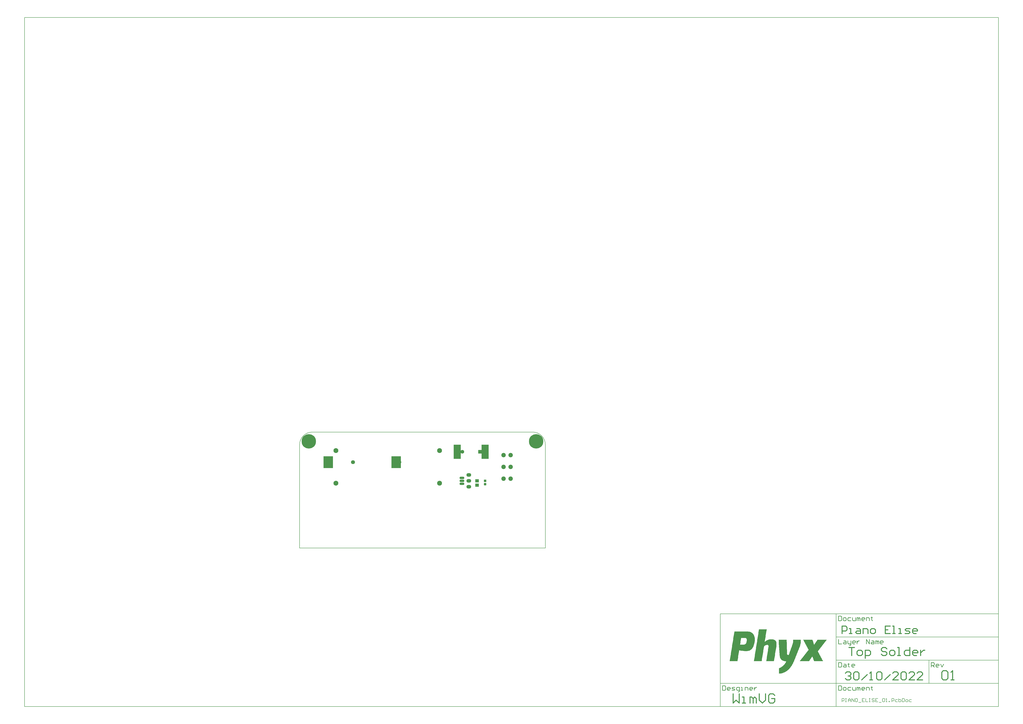
<source format=gts>
G04*
G04 #@! TF.GenerationSoftware,Altium Limited,Altium Designer,22.10.1 (41)*
G04*
G04 Layer_Color=8388736*
%FSLAX25Y25*%
%MOIN*%
G70*
G04*
G04 #@! TF.SameCoordinates,8BAF8B8E-E321-4B2E-8998-6E6DE7EF2018*
G04*
G04*
G04 #@! TF.FilePolarity,Negative*
G04*
G01*
G75*
%ADD10C,0.00787*%
%ADD11C,0.00591*%
%ADD15C,0.01575*%
%ADD19C,0.00984*%
%ADD23R,0.06299X0.05512*%
%ADD24R,0.16142X0.20079*%
%ADD25R,0.12205X0.24016*%
%ADD26C,0.08268*%
%ADD27C,0.24410*%
%ADD28C,0.07480*%
%ADD29R,0.04331X0.04331*%
G04:AMPARAMS|DCode=30|XSize=43.31mil|YSize=43.31mil|CornerRadius=11.81mil|HoleSize=0mil|Usage=FLASHONLY|Rotation=270.000|XOffset=0mil|YOffset=0mil|HoleType=Round|Shape=RoundedRectangle|*
%AMROUNDEDRECTD30*
21,1,0.04331,0.01968,0,0,270.0*
21,1,0.01968,0.04331,0,0,270.0*
1,1,0.02362,-0.00984,-0.00984*
1,1,0.02362,-0.00984,0.00984*
1,1,0.02362,0.00984,0.00984*
1,1,0.02362,0.00984,-0.00984*
%
%ADD30ROUNDEDRECTD30*%
%ADD31C,0.06693*%
%ADD32O,0.08268X0.04331*%
%ADD33O,0.08268X0.04331*%
%ADD34O,0.08268X0.05906*%
%ADD35C,0.06299*%
%ADD36R,0.06299X0.06299*%
G36*
X761965Y-141778D02*
X763683D01*
Y-142065D01*
X764542D01*
Y-142351D01*
X765401D01*
Y-142637D01*
X766260D01*
Y-142924D01*
X766832D01*
Y-143210D01*
X767119D01*
Y-143496D01*
X767691D01*
Y-143783D01*
X767978D01*
Y-144069D01*
X768550D01*
Y-144355D01*
X768837D01*
Y-144641D01*
X769123D01*
Y-144928D01*
X769409D01*
Y-145214D01*
X769696D01*
Y-145501D01*
X769982D01*
Y-145787D01*
X770268D01*
Y-146073D01*
Y-146359D01*
X770554D01*
Y-146646D01*
X770841D01*
Y-146932D01*
Y-147218D01*
X771127D01*
Y-147505D01*
X771414D01*
Y-147791D01*
Y-148077D01*
X771700D01*
Y-148364D01*
Y-148650D01*
Y-148936D01*
X771986D01*
Y-149223D01*
Y-149509D01*
Y-149795D01*
X772272D01*
Y-150082D01*
Y-150368D01*
Y-150654D01*
Y-150940D01*
X772559D01*
Y-151227D01*
Y-151513D01*
Y-151799D01*
Y-152086D01*
Y-152372D01*
X772845D01*
Y-152658D01*
Y-152945D01*
Y-153231D01*
Y-153517D01*
Y-153804D01*
Y-154090D01*
Y-154376D01*
Y-154663D01*
Y-154949D01*
Y-155235D01*
Y-155521D01*
Y-155808D01*
Y-156094D01*
Y-156380D01*
Y-156667D01*
Y-156953D01*
Y-157239D01*
Y-157526D01*
Y-157812D01*
Y-158098D01*
X772559D01*
Y-158385D01*
Y-158671D01*
Y-158957D01*
Y-159244D01*
Y-159530D01*
Y-159816D01*
Y-160102D01*
X772272D01*
Y-160389D01*
Y-160675D01*
Y-160961D01*
Y-161248D01*
Y-161534D01*
X771986D01*
Y-161820D01*
Y-162107D01*
Y-162393D01*
Y-162679D01*
Y-162966D01*
X771700D01*
Y-163252D01*
Y-163538D01*
Y-163824D01*
X771414D01*
Y-164111D01*
Y-164397D01*
Y-164683D01*
Y-164970D01*
X771127D01*
Y-165256D01*
Y-165542D01*
Y-165829D01*
X770841D01*
Y-166115D01*
Y-166401D01*
X770554D01*
Y-166688D01*
Y-166974D01*
Y-167260D01*
X770268D01*
Y-167547D01*
Y-167833D01*
X769982D01*
Y-168119D01*
Y-168405D01*
X769696D01*
Y-168692D01*
Y-168978D01*
X769409D01*
Y-169264D01*
X769123D01*
Y-169551D01*
Y-169837D01*
X768837D01*
Y-170123D01*
X768550D01*
Y-170410D01*
X768264D01*
Y-170696D01*
Y-170982D01*
X767978D01*
Y-171269D01*
X767691D01*
Y-171555D01*
X767405D01*
Y-171841D01*
X767119D01*
Y-172127D01*
X766832D01*
Y-172414D01*
X766260D01*
Y-172700D01*
X765974D01*
Y-172986D01*
X765401D01*
Y-173273D01*
X765115D01*
Y-173559D01*
X764542D01*
Y-173845D01*
X763683D01*
Y-174132D01*
X762824D01*
Y-174418D01*
X761965D01*
Y-174704D01*
X760247D01*
Y-174991D01*
X755094D01*
Y-174704D01*
X752517D01*
Y-174418D01*
X750513D01*
Y-174132D01*
X749081D01*
Y-173845D01*
X747649D01*
Y-173559D01*
X746218D01*
Y-173845D01*
Y-174132D01*
Y-174418D01*
Y-174704D01*
Y-174991D01*
Y-175277D01*
Y-175563D01*
X745932D01*
Y-175850D01*
Y-176136D01*
Y-176422D01*
Y-176709D01*
Y-176995D01*
Y-177281D01*
X745645D01*
Y-177568D01*
Y-177854D01*
Y-178140D01*
Y-178426D01*
Y-178713D01*
Y-178999D01*
X745359D01*
Y-179285D01*
Y-179572D01*
Y-179858D01*
Y-180144D01*
Y-180431D01*
Y-180717D01*
Y-181003D01*
X745073D01*
Y-181290D01*
Y-181576D01*
Y-181862D01*
Y-182149D01*
Y-182435D01*
Y-182721D01*
X744786D01*
Y-183007D01*
Y-183294D01*
Y-183580D01*
Y-183866D01*
Y-184153D01*
Y-184439D01*
X744500D01*
Y-184725D01*
Y-185012D01*
Y-185298D01*
Y-185584D01*
Y-185871D01*
Y-186157D01*
Y-186443D01*
X744214D01*
Y-186730D01*
Y-187016D01*
Y-187302D01*
Y-187588D01*
Y-187875D01*
Y-188161D01*
X743927D01*
Y-188447D01*
Y-188734D01*
Y-189020D01*
Y-189306D01*
Y-189593D01*
Y-189879D01*
X743641D01*
Y-190165D01*
Y-190452D01*
Y-190738D01*
Y-191024D01*
Y-191311D01*
Y-191597D01*
Y-191883D01*
X730184D01*
Y-191597D01*
X730471D01*
Y-191311D01*
Y-191024D01*
Y-190738D01*
Y-190452D01*
Y-190165D01*
X730757D01*
Y-189879D01*
Y-189593D01*
Y-189306D01*
Y-189020D01*
Y-188734D01*
Y-188447D01*
Y-188161D01*
X731043D01*
Y-187875D01*
Y-187588D01*
Y-187302D01*
Y-187016D01*
Y-186730D01*
Y-186443D01*
X731330D01*
Y-186157D01*
Y-185871D01*
Y-185584D01*
Y-185298D01*
Y-185012D01*
Y-184725D01*
X731616D01*
Y-184439D01*
Y-184153D01*
Y-183866D01*
Y-183580D01*
Y-183294D01*
Y-183007D01*
Y-182721D01*
X731902D01*
Y-182435D01*
Y-182149D01*
Y-181862D01*
Y-181576D01*
Y-181290D01*
Y-181003D01*
X732189D01*
Y-180717D01*
Y-180431D01*
Y-180144D01*
Y-179858D01*
Y-179572D01*
Y-179285D01*
X732475D01*
Y-178999D01*
Y-178713D01*
Y-178426D01*
Y-178140D01*
Y-177854D01*
Y-177568D01*
X732761D01*
Y-177281D01*
Y-176995D01*
Y-176709D01*
Y-176422D01*
Y-176136D01*
Y-175850D01*
Y-175563D01*
X733047D01*
Y-175277D01*
Y-174991D01*
Y-174704D01*
Y-174418D01*
Y-174132D01*
Y-173845D01*
X733334D01*
Y-173559D01*
Y-173273D01*
Y-172986D01*
Y-172700D01*
Y-172414D01*
Y-172127D01*
X733620D01*
Y-171841D01*
Y-171555D01*
Y-171269D01*
Y-170982D01*
Y-170696D01*
Y-170410D01*
X733907D01*
Y-170123D01*
Y-169837D01*
Y-169551D01*
Y-169264D01*
Y-168978D01*
Y-168692D01*
Y-168405D01*
X734193D01*
Y-168119D01*
Y-167833D01*
Y-167547D01*
Y-167260D01*
Y-166974D01*
Y-166688D01*
X734479D01*
Y-166401D01*
Y-166115D01*
Y-165829D01*
Y-165542D01*
Y-165256D01*
Y-164970D01*
X734765D01*
Y-164683D01*
Y-164397D01*
Y-164111D01*
Y-163824D01*
Y-163538D01*
Y-163252D01*
Y-162966D01*
X735052D01*
Y-162679D01*
Y-162393D01*
Y-162107D01*
Y-161820D01*
Y-161534D01*
Y-161248D01*
X735338D01*
Y-160961D01*
Y-160675D01*
Y-160389D01*
Y-160102D01*
Y-159816D01*
Y-159530D01*
X735624D01*
Y-159244D01*
Y-158957D01*
Y-158671D01*
Y-158385D01*
Y-158098D01*
Y-157812D01*
X735911D01*
Y-157526D01*
Y-157239D01*
Y-156953D01*
Y-156667D01*
Y-156380D01*
Y-156094D01*
Y-155808D01*
X736197D01*
Y-155521D01*
Y-155235D01*
Y-154949D01*
Y-154663D01*
Y-154376D01*
Y-154090D01*
X736483D01*
Y-153804D01*
Y-153517D01*
Y-153231D01*
Y-152945D01*
Y-152658D01*
Y-152372D01*
X736770D01*
Y-152086D01*
Y-151799D01*
Y-151513D01*
Y-151227D01*
Y-150940D01*
Y-150654D01*
Y-150368D01*
X737056D01*
Y-150082D01*
Y-149795D01*
Y-149509D01*
Y-149223D01*
Y-148936D01*
Y-148650D01*
X737342D01*
Y-148364D01*
Y-148077D01*
Y-147791D01*
Y-147505D01*
Y-147218D01*
Y-146932D01*
X737629D01*
Y-146646D01*
Y-146359D01*
Y-146073D01*
Y-145787D01*
Y-145501D01*
Y-145214D01*
Y-144928D01*
X737915D01*
Y-144641D01*
Y-144355D01*
Y-144069D01*
Y-143783D01*
Y-143496D01*
Y-143210D01*
X738201D01*
Y-142924D01*
Y-142637D01*
Y-142351D01*
Y-142065D01*
Y-141778D01*
Y-141492D01*
X761965D01*
Y-141778D01*
D02*
G37*
G36*
X793173Y-138343D02*
Y-138629D01*
X792887D01*
Y-138915D01*
Y-139202D01*
Y-139488D01*
Y-139774D01*
Y-140060D01*
Y-140347D01*
X792601D01*
Y-140633D01*
Y-140919D01*
Y-141206D01*
Y-141492D01*
Y-141778D01*
Y-142065D01*
X792314D01*
Y-142351D01*
Y-142637D01*
Y-142924D01*
Y-143210D01*
Y-143496D01*
Y-143783D01*
Y-144069D01*
X792028D01*
Y-144355D01*
Y-144641D01*
Y-144928D01*
Y-145214D01*
Y-145501D01*
Y-145787D01*
X791742D01*
Y-146073D01*
Y-146359D01*
Y-146646D01*
Y-146932D01*
Y-147218D01*
Y-147505D01*
X791455D01*
Y-147791D01*
Y-148077D01*
Y-148364D01*
Y-148650D01*
Y-148936D01*
Y-149223D01*
Y-149509D01*
X791169D01*
Y-149795D01*
Y-150082D01*
Y-150368D01*
Y-150654D01*
Y-150940D01*
Y-151227D01*
X790883D01*
Y-151513D01*
Y-151799D01*
Y-152086D01*
Y-152372D01*
Y-152658D01*
Y-152945D01*
X790596D01*
Y-153231D01*
Y-153517D01*
Y-153804D01*
Y-154090D01*
Y-154376D01*
Y-154663D01*
X790310D01*
Y-154949D01*
Y-155235D01*
Y-155521D01*
Y-155808D01*
Y-156094D01*
Y-156380D01*
Y-156667D01*
X790024D01*
Y-156953D01*
Y-157239D01*
Y-157526D01*
Y-157812D01*
Y-158098D01*
Y-158385D01*
X789738D01*
Y-158671D01*
Y-158957D01*
X790310D01*
Y-158671D01*
X790596D01*
Y-158385D01*
X790883D01*
Y-158098D01*
X791455D01*
Y-157812D01*
X791742D01*
Y-157526D01*
X792028D01*
Y-157239D01*
X792601D01*
Y-156953D01*
X793173D01*
Y-156667D01*
X793460D01*
Y-156380D01*
X794032D01*
Y-156094D01*
X794891D01*
Y-155808D01*
X795464D01*
Y-155521D01*
X796323D01*
Y-155235D01*
X797754D01*
Y-154949D01*
X804053D01*
Y-155235D01*
X805198D01*
Y-155521D01*
X806057D01*
Y-155808D01*
X806630D01*
Y-156094D01*
X806916D01*
Y-156380D01*
X807489D01*
Y-156667D01*
X807775D01*
Y-156953D01*
X808062D01*
Y-157239D01*
X808348D01*
Y-157526D01*
X808634D01*
Y-157812D01*
Y-158098D01*
X808920D01*
Y-158385D01*
Y-158671D01*
X809207D01*
Y-158957D01*
Y-159244D01*
Y-159530D01*
X809493D01*
Y-159816D01*
Y-160102D01*
Y-160389D01*
Y-160675D01*
X809779D01*
Y-160961D01*
Y-161248D01*
Y-161534D01*
Y-161820D01*
Y-162107D01*
Y-162393D01*
Y-162679D01*
Y-162966D01*
Y-163252D01*
Y-163538D01*
Y-163824D01*
Y-164111D01*
Y-164397D01*
Y-164683D01*
Y-164970D01*
Y-165256D01*
Y-165542D01*
Y-165829D01*
X809493D01*
Y-166115D01*
Y-166401D01*
Y-166688D01*
Y-166974D01*
Y-167260D01*
Y-167547D01*
Y-167833D01*
X809207D01*
Y-168119D01*
Y-168405D01*
Y-168692D01*
Y-168978D01*
Y-169264D01*
Y-169551D01*
Y-169837D01*
X808920D01*
Y-170123D01*
Y-170410D01*
Y-170696D01*
Y-170982D01*
Y-171269D01*
Y-171555D01*
X808634D01*
Y-171841D01*
Y-172127D01*
Y-172414D01*
Y-172700D01*
Y-172986D01*
Y-173273D01*
X808348D01*
Y-173559D01*
Y-173845D01*
Y-174132D01*
Y-174418D01*
Y-174704D01*
Y-174991D01*
X808062D01*
Y-175277D01*
Y-175563D01*
Y-175850D01*
Y-176136D01*
Y-176422D01*
Y-176709D01*
Y-176995D01*
X807775D01*
Y-177281D01*
Y-177568D01*
Y-177854D01*
Y-178140D01*
Y-178426D01*
Y-178713D01*
X807489D01*
Y-178999D01*
Y-179285D01*
Y-179572D01*
Y-179858D01*
Y-180144D01*
Y-180431D01*
X807203D01*
Y-180717D01*
Y-181003D01*
Y-181290D01*
Y-181576D01*
Y-181862D01*
Y-182149D01*
Y-182435D01*
X806916D01*
Y-182721D01*
Y-183007D01*
Y-183294D01*
Y-183580D01*
Y-183866D01*
Y-184153D01*
X806630D01*
Y-184439D01*
Y-184725D01*
Y-185012D01*
Y-185298D01*
Y-185584D01*
Y-185871D01*
X806344D01*
Y-186157D01*
Y-186443D01*
Y-186730D01*
Y-187016D01*
Y-187302D01*
Y-187588D01*
X806057D01*
Y-187875D01*
Y-188161D01*
Y-188447D01*
Y-188734D01*
Y-189020D01*
Y-189306D01*
Y-189593D01*
X805771D01*
Y-189879D01*
Y-190165D01*
Y-190452D01*
Y-190738D01*
Y-191024D01*
Y-191311D01*
X805485D01*
Y-191597D01*
Y-191883D01*
X792314D01*
Y-191597D01*
Y-191311D01*
X792601D01*
Y-191024D01*
Y-190738D01*
Y-190452D01*
Y-190165D01*
Y-189879D01*
Y-189593D01*
X792887D01*
Y-189306D01*
Y-189020D01*
Y-188734D01*
Y-188447D01*
Y-188161D01*
Y-187875D01*
Y-187588D01*
X793173D01*
Y-187302D01*
Y-187016D01*
Y-186730D01*
Y-186443D01*
Y-186157D01*
Y-185871D01*
X793460D01*
Y-185584D01*
Y-185298D01*
Y-185012D01*
Y-184725D01*
Y-184439D01*
Y-184153D01*
X793746D01*
Y-183866D01*
Y-183580D01*
Y-183294D01*
Y-183007D01*
Y-182721D01*
Y-182435D01*
Y-182149D01*
X794032D01*
Y-181862D01*
Y-181576D01*
Y-181290D01*
Y-181003D01*
Y-180717D01*
Y-180431D01*
X794318D01*
Y-180144D01*
Y-179858D01*
Y-179572D01*
Y-179285D01*
Y-178999D01*
Y-178713D01*
Y-178426D01*
X794605D01*
Y-178140D01*
Y-177854D01*
Y-177568D01*
Y-177281D01*
Y-176995D01*
Y-176709D01*
X794891D01*
Y-176422D01*
Y-176136D01*
Y-175850D01*
Y-175563D01*
Y-175277D01*
Y-174991D01*
X795177D01*
Y-174704D01*
Y-174418D01*
Y-174132D01*
Y-173845D01*
Y-173559D01*
Y-173273D01*
X795464D01*
Y-172986D01*
Y-172700D01*
Y-172414D01*
Y-172127D01*
Y-171841D01*
Y-171555D01*
Y-171269D01*
X795750D01*
Y-170982D01*
Y-170696D01*
Y-170410D01*
Y-170123D01*
Y-169837D01*
Y-169551D01*
X796036D01*
Y-169264D01*
Y-168978D01*
Y-168692D01*
Y-168405D01*
Y-168119D01*
Y-167833D01*
Y-167547D01*
X796323D01*
Y-167260D01*
Y-166974D01*
Y-166688D01*
Y-166401D01*
Y-166115D01*
Y-165829D01*
X796036D01*
Y-165542D01*
Y-165256D01*
X795750D01*
Y-164970D01*
X795464D01*
Y-164683D01*
X794891D01*
Y-164397D01*
X793173D01*
Y-164683D01*
X791742D01*
Y-164970D01*
X790883D01*
Y-165256D01*
X790310D01*
Y-165542D01*
X790024D01*
Y-165829D01*
X789451D01*
Y-166115D01*
X789165D01*
Y-166401D01*
X788878D01*
Y-166688D01*
Y-166974D01*
X788592D01*
Y-167260D01*
Y-167547D01*
Y-167833D01*
X788306D01*
Y-168119D01*
Y-168405D01*
Y-168692D01*
Y-168978D01*
Y-169264D01*
Y-169551D01*
X788020D01*
Y-169837D01*
Y-170123D01*
Y-170410D01*
Y-170696D01*
Y-170982D01*
Y-171269D01*
Y-171555D01*
X787733D01*
Y-171841D01*
Y-172127D01*
Y-172414D01*
Y-172700D01*
Y-172986D01*
Y-173273D01*
X787447D01*
Y-173559D01*
Y-173845D01*
Y-174132D01*
Y-174418D01*
Y-174704D01*
Y-174991D01*
X787161D01*
Y-175277D01*
Y-175563D01*
Y-175850D01*
Y-176136D01*
Y-176422D01*
Y-176709D01*
X786874D01*
Y-176995D01*
Y-177281D01*
Y-177568D01*
Y-177854D01*
Y-178140D01*
Y-178426D01*
Y-178713D01*
X786588D01*
Y-178999D01*
Y-179285D01*
Y-179572D01*
Y-179858D01*
Y-180144D01*
Y-180431D01*
X786302D01*
Y-180717D01*
Y-181003D01*
Y-181290D01*
Y-181576D01*
Y-181862D01*
Y-182149D01*
X786015D01*
Y-182435D01*
Y-182721D01*
Y-183007D01*
Y-183294D01*
Y-183580D01*
Y-183866D01*
Y-184153D01*
X785729D01*
Y-184439D01*
Y-184725D01*
Y-185012D01*
Y-185298D01*
Y-185584D01*
Y-185871D01*
X785443D01*
Y-186157D01*
Y-186443D01*
Y-186730D01*
Y-187016D01*
Y-187302D01*
Y-187588D01*
X785156D01*
Y-187875D01*
Y-188161D01*
Y-188447D01*
Y-188734D01*
Y-189020D01*
Y-189306D01*
X784870D01*
Y-189593D01*
Y-189879D01*
Y-190165D01*
Y-190452D01*
Y-190738D01*
Y-191024D01*
Y-191311D01*
X784584D01*
Y-191597D01*
Y-191883D01*
X771414D01*
Y-191597D01*
Y-191311D01*
X771700D01*
Y-191024D01*
Y-190738D01*
Y-190452D01*
Y-190165D01*
Y-189879D01*
Y-189593D01*
Y-189306D01*
X771986D01*
Y-189020D01*
Y-188734D01*
Y-188447D01*
Y-188161D01*
Y-187875D01*
Y-187588D01*
X772272D01*
Y-187302D01*
Y-187016D01*
Y-186730D01*
Y-186443D01*
Y-186157D01*
Y-185871D01*
X772559D01*
Y-185584D01*
Y-185298D01*
Y-185012D01*
Y-184725D01*
Y-184439D01*
Y-184153D01*
Y-183866D01*
X772845D01*
Y-183580D01*
Y-183294D01*
Y-183007D01*
Y-182721D01*
Y-182435D01*
Y-182149D01*
X773131D01*
Y-181862D01*
Y-181576D01*
Y-181290D01*
Y-181003D01*
Y-180717D01*
Y-180431D01*
X773418D01*
Y-180144D01*
Y-179858D01*
Y-179572D01*
Y-179285D01*
Y-178999D01*
Y-178713D01*
X773704D01*
Y-178426D01*
Y-178140D01*
Y-177854D01*
Y-177568D01*
Y-177281D01*
Y-176995D01*
Y-176709D01*
X773990D01*
Y-176422D01*
Y-176136D01*
Y-175850D01*
Y-175563D01*
Y-175277D01*
Y-174991D01*
X774277D01*
Y-174704D01*
Y-174418D01*
Y-174132D01*
Y-173845D01*
Y-173559D01*
Y-173273D01*
X774563D01*
Y-172986D01*
Y-172700D01*
Y-172414D01*
Y-172127D01*
Y-171841D01*
Y-171555D01*
Y-171269D01*
X774849D01*
Y-170982D01*
Y-170696D01*
Y-170410D01*
Y-170123D01*
Y-169837D01*
Y-169551D01*
X775136D01*
Y-169264D01*
Y-168978D01*
Y-168692D01*
Y-168405D01*
Y-168119D01*
Y-167833D01*
X775422D01*
Y-167547D01*
Y-167260D01*
Y-166974D01*
Y-166688D01*
Y-166401D01*
Y-166115D01*
X775708D01*
Y-165829D01*
Y-165542D01*
Y-165256D01*
Y-164970D01*
Y-164683D01*
Y-164397D01*
Y-164111D01*
X775994D01*
Y-163824D01*
Y-163538D01*
Y-163252D01*
Y-162966D01*
Y-162679D01*
Y-162393D01*
X776281D01*
Y-162107D01*
Y-161820D01*
Y-161534D01*
Y-161248D01*
Y-160961D01*
Y-160675D01*
X776567D01*
Y-160389D01*
Y-160102D01*
Y-159816D01*
Y-159530D01*
Y-159244D01*
Y-158957D01*
X776853D01*
Y-158671D01*
Y-158385D01*
Y-158098D01*
Y-157812D01*
Y-157526D01*
Y-157239D01*
Y-156953D01*
X777140D01*
Y-156667D01*
Y-156380D01*
Y-156094D01*
Y-155808D01*
Y-155521D01*
Y-155235D01*
X777426D01*
Y-154949D01*
Y-154663D01*
Y-154376D01*
Y-154090D01*
Y-153804D01*
Y-153517D01*
X777712D01*
Y-153231D01*
Y-152945D01*
Y-152658D01*
Y-152372D01*
Y-152086D01*
Y-151799D01*
Y-151513D01*
X777999D01*
Y-151227D01*
Y-150940D01*
Y-150654D01*
Y-150368D01*
Y-150082D01*
Y-149795D01*
X778285D01*
Y-149509D01*
Y-149223D01*
Y-148936D01*
Y-148650D01*
Y-148364D01*
Y-148077D01*
X778571D01*
Y-147791D01*
Y-147505D01*
Y-147218D01*
Y-146932D01*
Y-146646D01*
Y-146359D01*
X778858D01*
Y-146073D01*
Y-145787D01*
Y-145501D01*
Y-145214D01*
Y-144928D01*
Y-144641D01*
Y-144355D01*
X779144D01*
Y-144069D01*
Y-143783D01*
Y-143496D01*
Y-143210D01*
Y-142924D01*
Y-142637D01*
X779430D01*
Y-142351D01*
Y-142065D01*
Y-141778D01*
Y-141492D01*
Y-141206D01*
Y-140919D01*
X779716D01*
Y-140633D01*
Y-140347D01*
Y-140060D01*
Y-139774D01*
Y-139488D01*
Y-139202D01*
Y-138915D01*
X780003D01*
Y-138629D01*
Y-138343D01*
Y-138056D01*
X793173D01*
Y-138343D01*
D02*
G37*
G36*
X895101Y-155808D02*
X894814D01*
Y-156094D01*
X894528D01*
Y-156380D01*
Y-156667D01*
X894242D01*
Y-156953D01*
X893955D01*
Y-157239D01*
X893669D01*
Y-157526D01*
Y-157812D01*
X893383D01*
Y-158098D01*
X893096D01*
Y-158385D01*
X892810D01*
Y-158671D01*
X892524D01*
Y-158957D01*
Y-159244D01*
X892237D01*
Y-159530D01*
X891951D01*
Y-159816D01*
X891665D01*
Y-160102D01*
Y-160389D01*
X891378D01*
Y-160675D01*
X891092D01*
Y-160961D01*
X890806D01*
Y-161248D01*
X890520D01*
Y-161534D01*
Y-161820D01*
X890233D01*
Y-162107D01*
X889947D01*
Y-162393D01*
X889661D01*
Y-162679D01*
Y-162966D01*
X889374D01*
Y-163252D01*
X889088D01*
Y-163538D01*
X888802D01*
Y-163824D01*
Y-164111D01*
X888515D01*
Y-164397D01*
X888229D01*
Y-164683D01*
X887943D01*
Y-164970D01*
X887656D01*
Y-165256D01*
Y-165542D01*
X887370D01*
Y-165829D01*
X887084D01*
Y-166115D01*
X886798D01*
Y-166401D01*
Y-166688D01*
X886511D01*
Y-166974D01*
X886225D01*
Y-167260D01*
X885939D01*
Y-167547D01*
Y-167833D01*
X885652D01*
Y-168119D01*
X885366D01*
Y-168405D01*
X885080D01*
Y-168692D01*
X884793D01*
Y-168978D01*
Y-169264D01*
X884507D01*
Y-169551D01*
X884221D01*
Y-169837D01*
X883934D01*
Y-170123D01*
Y-170410D01*
X883648D01*
Y-170696D01*
X883362D01*
Y-170982D01*
X883076D01*
Y-171269D01*
Y-171555D01*
X882789D01*
Y-171841D01*
X882503D01*
Y-172127D01*
X882216D01*
Y-172414D01*
X881930D01*
Y-172700D01*
Y-172986D01*
X881644D01*
Y-173273D01*
X881358D01*
Y-173559D01*
X881071D01*
Y-173845D01*
Y-174132D01*
X880785D01*
Y-174418D01*
X880499D01*
Y-174704D01*
X880212D01*
Y-174991D01*
X879926D01*
Y-175277D01*
Y-175563D01*
X880212D01*
Y-175850D01*
Y-176136D01*
X880499D01*
Y-176422D01*
Y-176709D01*
X880785D01*
Y-176995D01*
X881071D01*
Y-177281D01*
Y-177568D01*
X881358D01*
Y-177854D01*
Y-178140D01*
X881644D01*
Y-178426D01*
Y-178713D01*
X881930D01*
Y-178999D01*
Y-179285D01*
X882216D01*
Y-179572D01*
Y-179858D01*
X882503D01*
Y-180144D01*
Y-180431D01*
X882789D01*
Y-180717D01*
Y-181003D01*
X883076D01*
Y-181290D01*
Y-181576D01*
X883362D01*
Y-181862D01*
X883648D01*
Y-182149D01*
Y-182435D01*
X883934D01*
Y-182721D01*
Y-183007D01*
X884221D01*
Y-183294D01*
Y-183580D01*
X884507D01*
Y-183866D01*
Y-184153D01*
X884793D01*
Y-184439D01*
Y-184725D01*
X885080D01*
Y-185012D01*
Y-185298D01*
X885366D01*
Y-185584D01*
Y-185871D01*
X885652D01*
Y-186157D01*
X885939D01*
Y-186443D01*
Y-186730D01*
X886225D01*
Y-187016D01*
Y-187302D01*
X886511D01*
Y-187588D01*
Y-187875D01*
X886798D01*
Y-188161D01*
Y-188447D01*
X887084D01*
Y-188734D01*
Y-189020D01*
X887370D01*
Y-189306D01*
Y-189593D01*
X887656D01*
Y-189879D01*
Y-190165D01*
X887943D01*
Y-190452D01*
X888229D01*
Y-190738D01*
Y-191024D01*
X888515D01*
Y-191311D01*
Y-191597D01*
X888802D01*
Y-191883D01*
X873627D01*
Y-191597D01*
X873341D01*
Y-191311D01*
Y-191024D01*
Y-190738D01*
X873055D01*
Y-190452D01*
Y-190165D01*
Y-189879D01*
X872768D01*
Y-189593D01*
Y-189306D01*
X872482D01*
Y-189020D01*
Y-188734D01*
Y-188447D01*
X872196D01*
Y-188161D01*
Y-187875D01*
Y-187588D01*
X871909D01*
Y-187302D01*
Y-187016D01*
X871623D01*
Y-186730D01*
Y-186443D01*
Y-186157D01*
X871337D01*
Y-185871D01*
Y-185584D01*
Y-185298D01*
X871050D01*
Y-185012D01*
Y-184725D01*
Y-184439D01*
X870764D01*
Y-184153D01*
X870191D01*
Y-184439D01*
Y-184725D01*
X869905D01*
Y-185012D01*
X869619D01*
Y-185298D01*
Y-185584D01*
X869332D01*
Y-185871D01*
X869046D01*
Y-186157D01*
Y-186443D01*
X868760D01*
Y-186730D01*
X868474D01*
Y-187016D01*
Y-187302D01*
X868187D01*
Y-187588D01*
X867901D01*
Y-187875D01*
X867615D01*
Y-188161D01*
Y-188447D01*
X867328D01*
Y-188734D01*
X867042D01*
Y-189020D01*
Y-189306D01*
X866756D01*
Y-189593D01*
X866469D01*
Y-189879D01*
Y-190165D01*
X866183D01*
Y-190452D01*
X865897D01*
Y-190738D01*
Y-191024D01*
X865610D01*
Y-191311D01*
X865324D01*
Y-191597D01*
Y-191883D01*
X849290D01*
Y-191597D01*
X849577D01*
Y-191311D01*
X849863D01*
Y-191024D01*
X850150D01*
Y-190738D01*
X850436D01*
Y-190452D01*
Y-190165D01*
X850722D01*
Y-189879D01*
X851008D01*
Y-189593D01*
X851295D01*
Y-189306D01*
X851581D01*
Y-189020D01*
Y-188734D01*
X851867D01*
Y-188447D01*
X852154D01*
Y-188161D01*
X852440D01*
Y-187875D01*
Y-187588D01*
X852726D01*
Y-187302D01*
X853013D01*
Y-187016D01*
X853299D01*
Y-186730D01*
X853585D01*
Y-186443D01*
Y-186157D01*
X853872D01*
Y-185871D01*
X854158D01*
Y-185584D01*
X854444D01*
Y-185298D01*
X854731D01*
Y-185012D01*
Y-184725D01*
X855017D01*
Y-184439D01*
X855303D01*
Y-184153D01*
X855589D01*
Y-183866D01*
Y-183580D01*
X855876D01*
Y-183294D01*
X856162D01*
Y-183007D01*
X856448D01*
Y-182721D01*
X856735D01*
Y-182435D01*
Y-182149D01*
X857021D01*
Y-181862D01*
X857307D01*
Y-181576D01*
X857594D01*
Y-181290D01*
Y-181003D01*
X857880D01*
Y-180717D01*
X858166D01*
Y-180431D01*
X858453D01*
Y-180144D01*
X858739D01*
Y-179858D01*
Y-179572D01*
X859025D01*
Y-179285D01*
X859311D01*
Y-178999D01*
X859598D01*
Y-178713D01*
Y-178426D01*
X859884D01*
Y-178140D01*
X860170D01*
Y-177854D01*
X860457D01*
Y-177568D01*
X860743D01*
Y-177281D01*
Y-176995D01*
X861029D01*
Y-176709D01*
X861316D01*
Y-176422D01*
X861602D01*
Y-176136D01*
X861888D01*
Y-175850D01*
Y-175563D01*
X862175D01*
Y-175277D01*
X862461D01*
Y-174991D01*
X862747D01*
Y-174704D01*
Y-174418D01*
X863034D01*
Y-174132D01*
X863320D01*
Y-173845D01*
X863606D01*
Y-173559D01*
X863892D01*
Y-173273D01*
Y-172986D01*
X864179D01*
Y-172700D01*
Y-172414D01*
Y-172127D01*
X863892D01*
Y-171841D01*
X863606D01*
Y-171555D01*
Y-171269D01*
X863320D01*
Y-170982D01*
Y-170696D01*
X863034D01*
Y-170410D01*
Y-170123D01*
X862747D01*
Y-169837D01*
Y-169551D01*
X862461D01*
Y-169264D01*
Y-168978D01*
X862175D01*
Y-168692D01*
Y-168405D01*
X861888D01*
Y-168119D01*
X861602D01*
Y-167833D01*
Y-167547D01*
X861316D01*
Y-167260D01*
Y-166974D01*
X861029D01*
Y-166688D01*
Y-166401D01*
X860743D01*
Y-166115D01*
Y-165829D01*
X860457D01*
Y-165542D01*
Y-165256D01*
X860170D01*
Y-164970D01*
Y-164683D01*
X859884D01*
Y-164397D01*
X859598D01*
Y-164111D01*
Y-163824D01*
X859311D01*
Y-163538D01*
Y-163252D01*
X859025D01*
Y-162966D01*
Y-162679D01*
X858739D01*
Y-162393D01*
Y-162107D01*
X858453D01*
Y-161820D01*
Y-161534D01*
X858166D01*
Y-161248D01*
Y-160961D01*
X857880D01*
Y-160675D01*
Y-160389D01*
X857594D01*
Y-160102D01*
X857307D01*
Y-159816D01*
Y-159530D01*
X857021D01*
Y-159244D01*
Y-158957D01*
X856735D01*
Y-158671D01*
Y-158385D01*
X856448D01*
Y-158098D01*
Y-157812D01*
X856162D01*
Y-157526D01*
Y-157239D01*
X855876D01*
Y-156953D01*
Y-156667D01*
X855589D01*
Y-156380D01*
X855303D01*
Y-156094D01*
Y-155808D01*
X855017D01*
Y-155521D01*
X870764D01*
Y-155808D01*
X871050D01*
Y-156094D01*
Y-156380D01*
Y-156667D01*
X871337D01*
Y-156953D01*
Y-157239D01*
Y-157526D01*
X871623D01*
Y-157812D01*
Y-158098D01*
Y-158385D01*
X871909D01*
Y-158671D01*
Y-158957D01*
Y-159244D01*
X872196D01*
Y-159530D01*
Y-159816D01*
Y-160102D01*
X872482D01*
Y-160389D01*
Y-160675D01*
Y-160961D01*
X872768D01*
Y-161248D01*
Y-161534D01*
Y-161820D01*
X873055D01*
Y-162107D01*
Y-162393D01*
Y-162679D01*
X873341D01*
Y-162966D01*
Y-163252D01*
Y-163538D01*
Y-163824D01*
X873913D01*
Y-163538D01*
X874200D01*
Y-163252D01*
X874486D01*
Y-162966D01*
Y-162679D01*
X874772D01*
Y-162393D01*
X875059D01*
Y-162107D01*
Y-161820D01*
X875345D01*
Y-161534D01*
X875631D01*
Y-161248D01*
Y-160961D01*
X875918D01*
Y-160675D01*
X876204D01*
Y-160389D01*
Y-160102D01*
X876490D01*
Y-159816D01*
X876777D01*
Y-159530D01*
Y-159244D01*
X877063D01*
Y-158957D01*
X877349D01*
Y-158671D01*
Y-158385D01*
X877635D01*
Y-158098D01*
X877922D01*
Y-157812D01*
Y-157526D01*
X878208D01*
Y-157239D01*
X878494D01*
Y-156953D01*
Y-156667D01*
X878781D01*
Y-156380D01*
X879067D01*
Y-156094D01*
Y-155808D01*
X879353D01*
Y-155521D01*
X895101D01*
Y-155808D01*
D02*
G37*
G36*
X851008D02*
Y-156094D01*
Y-156380D01*
Y-156667D01*
Y-156953D01*
Y-157239D01*
Y-157526D01*
Y-157812D01*
Y-158098D01*
Y-158385D01*
Y-158671D01*
Y-158957D01*
Y-159244D01*
Y-159530D01*
Y-159816D01*
Y-160102D01*
Y-160389D01*
Y-160675D01*
Y-160961D01*
Y-161248D01*
Y-161534D01*
X850722D01*
Y-161820D01*
Y-162107D01*
Y-162393D01*
Y-162679D01*
Y-162966D01*
X850436D01*
Y-163252D01*
Y-163538D01*
Y-163824D01*
Y-164111D01*
X850150D01*
Y-164397D01*
Y-164683D01*
Y-164970D01*
Y-165256D01*
X849863D01*
Y-165542D01*
Y-165829D01*
Y-166115D01*
X849577D01*
Y-166401D01*
Y-166688D01*
Y-166974D01*
X849290D01*
Y-167260D01*
Y-167547D01*
Y-167833D01*
X849004D01*
Y-168119D01*
Y-168405D01*
Y-168692D01*
X848718D01*
Y-168978D01*
Y-169264D01*
X848432D01*
Y-169551D01*
Y-169837D01*
X848145D01*
Y-170123D01*
Y-170410D01*
Y-170696D01*
X847859D01*
Y-170982D01*
Y-171269D01*
X847573D01*
Y-171555D01*
Y-171841D01*
Y-172127D01*
X847286D01*
Y-172414D01*
Y-172700D01*
X847000D01*
Y-172986D01*
Y-173273D01*
Y-173559D01*
X846714D01*
Y-173845D01*
Y-174132D01*
X846427D01*
Y-174418D01*
Y-174704D01*
Y-174991D01*
X846141D01*
Y-175277D01*
Y-175563D01*
X845855D01*
Y-175850D01*
Y-176136D01*
Y-176422D01*
X845568D01*
Y-176709D01*
Y-176995D01*
X845282D01*
Y-177281D01*
Y-177568D01*
Y-177854D01*
X844996D01*
Y-178140D01*
Y-178426D01*
X844709D01*
Y-178713D01*
Y-178999D01*
Y-179285D01*
X844423D01*
Y-179572D01*
Y-179858D01*
X844137D01*
Y-180144D01*
Y-180431D01*
Y-180717D01*
X843851D01*
Y-181003D01*
Y-181290D01*
X843564D01*
Y-181576D01*
Y-181862D01*
Y-182149D01*
X843278D01*
Y-182435D01*
Y-182721D01*
X842992D01*
Y-183007D01*
Y-183294D01*
Y-183580D01*
X842705D01*
Y-183866D01*
Y-184153D01*
X842419D01*
Y-184439D01*
Y-184725D01*
Y-185012D01*
X842133D01*
Y-185298D01*
Y-185584D01*
X841846D01*
Y-185871D01*
Y-186157D01*
Y-186443D01*
X841560D01*
Y-186730D01*
Y-187016D01*
X841274D01*
Y-187302D01*
Y-187588D01*
Y-187875D01*
X840987D01*
Y-188161D01*
Y-188447D01*
X840701D01*
Y-188734D01*
Y-189020D01*
Y-189306D01*
X840415D01*
Y-189593D01*
Y-189879D01*
X840129D01*
Y-190165D01*
Y-190452D01*
Y-190738D01*
X839842D01*
Y-191024D01*
Y-191311D01*
X839556D01*
Y-191597D01*
Y-191883D01*
Y-192169D01*
X839270D01*
Y-192456D01*
Y-192742D01*
X838983D01*
Y-193028D01*
Y-193315D01*
X838697D01*
Y-193601D01*
Y-193887D01*
X838411D01*
Y-194174D01*
Y-194460D01*
Y-194746D01*
X838124D01*
Y-195033D01*
X837838D01*
Y-195319D01*
Y-195605D01*
Y-195891D01*
X837552D01*
Y-196178D01*
X837265D01*
Y-196464D01*
Y-196750D01*
X836979D01*
Y-197037D01*
Y-197323D01*
X836693D01*
Y-197609D01*
Y-197896D01*
X836407D01*
Y-198182D01*
Y-198468D01*
X836120D01*
Y-198755D01*
X835834D01*
Y-199041D01*
Y-199327D01*
X835548D01*
Y-199614D01*
Y-199900D01*
X835261D01*
Y-200186D01*
X834975D01*
Y-200472D01*
X834689D01*
Y-200759D01*
Y-201045D01*
X834402D01*
Y-201331D01*
X834116D01*
Y-201618D01*
Y-201904D01*
X833830D01*
Y-202190D01*
X833543D01*
Y-202477D01*
X833257D01*
Y-202763D01*
Y-203049D01*
X832971D01*
Y-203336D01*
X832684D01*
Y-203622D01*
X832398D01*
Y-203908D01*
X832112D01*
Y-204195D01*
X831826D01*
Y-204481D01*
Y-204767D01*
X831539D01*
Y-205053D01*
X831253D01*
Y-205340D01*
X830966D01*
Y-205626D01*
X830680D01*
Y-205912D01*
X830394D01*
Y-206199D01*
X830108D01*
Y-206485D01*
X829821D01*
Y-206771D01*
X829249D01*
Y-207058D01*
X828962D01*
Y-207344D01*
X828676D01*
Y-207630D01*
X828390D01*
Y-207917D01*
X828103D01*
Y-208203D01*
X827531D01*
Y-208489D01*
X827244D01*
Y-208776D01*
X826672D01*
Y-209062D01*
X826385D01*
Y-209348D01*
X825813D01*
Y-209634D01*
X825527D01*
Y-209921D01*
X824954D01*
Y-210207D01*
X824381D01*
Y-210493D01*
X823809D01*
Y-210780D01*
X823236D01*
Y-211066D01*
X822663D01*
Y-211352D01*
X821805D01*
Y-211639D01*
X821232D01*
Y-211925D01*
X820373D01*
Y-212211D01*
X819228D01*
Y-212498D01*
X818082D01*
Y-212784D01*
X816365D01*
Y-213070D01*
X814360D01*
Y-213357D01*
X814074D01*
Y-213070D01*
Y-212784D01*
Y-212498D01*
Y-212211D01*
Y-211925D01*
Y-211639D01*
Y-211352D01*
Y-211066D01*
Y-210780D01*
Y-210493D01*
Y-210207D01*
Y-209921D01*
Y-209634D01*
Y-209348D01*
Y-209062D01*
Y-208776D01*
Y-208489D01*
Y-208203D01*
Y-207917D01*
Y-207630D01*
Y-207344D01*
Y-207058D01*
Y-206771D01*
Y-206485D01*
Y-206199D01*
Y-205912D01*
Y-205626D01*
Y-205340D01*
Y-205053D01*
Y-204767D01*
Y-204481D01*
Y-204195D01*
Y-203908D01*
X814647D01*
Y-203622D01*
X815219D01*
Y-203336D01*
X815792D01*
Y-203049D01*
X816365D01*
Y-202763D01*
X816937D01*
Y-202477D01*
X817510D01*
Y-202190D01*
X817796D01*
Y-201904D01*
X818369D01*
Y-201618D01*
X818655D01*
Y-201331D01*
X819228D01*
Y-201045D01*
X819514D01*
Y-200759D01*
X819800D01*
Y-200472D01*
X820373D01*
Y-200186D01*
X820659D01*
Y-199900D01*
X820946D01*
Y-199614D01*
X821232D01*
Y-199327D01*
X821518D01*
Y-199041D01*
X821805D01*
Y-198755D01*
X822091D01*
Y-198468D01*
X822377D01*
Y-198182D01*
X822663D01*
Y-197896D01*
X822950D01*
Y-197609D01*
X823236D01*
Y-197323D01*
X823522D01*
Y-197037D01*
Y-196750D01*
X823809D01*
Y-196464D01*
X824095D01*
Y-196178D01*
X824381D01*
Y-195891D01*
Y-195605D01*
X824668D01*
Y-195319D01*
X824954D01*
Y-195033D01*
Y-194746D01*
X825240D01*
Y-194460D01*
Y-194174D01*
X825527D01*
Y-193887D01*
X825813D01*
Y-193601D01*
Y-193315D01*
X826099D01*
Y-193028D01*
Y-192742D01*
X826385D01*
Y-192456D01*
Y-192169D01*
X824668D01*
Y-191883D01*
X822663D01*
Y-191597D01*
X821518D01*
Y-191311D01*
X820946D01*
Y-191024D01*
X820087D01*
Y-190738D01*
X819514D01*
Y-190452D01*
X819228D01*
Y-190165D01*
X818655D01*
Y-189879D01*
X818369D01*
Y-189593D01*
X818082D01*
Y-189306D01*
X817796D01*
Y-189020D01*
X817510D01*
Y-188734D01*
X817223D01*
Y-188447D01*
Y-188161D01*
X816937D01*
Y-187875D01*
X816651D01*
Y-187588D01*
Y-187302D01*
X816365D01*
Y-187016D01*
Y-186730D01*
X816078D01*
Y-186443D01*
Y-186157D01*
X815792D01*
Y-185871D01*
Y-185584D01*
Y-185298D01*
X815506D01*
Y-185012D01*
Y-184725D01*
Y-184439D01*
Y-184153D01*
X815219D01*
Y-183866D01*
Y-183580D01*
Y-183294D01*
Y-183007D01*
Y-182721D01*
Y-182435D01*
Y-182149D01*
X814933D01*
Y-181862D01*
Y-181576D01*
Y-181290D01*
Y-181003D01*
Y-180717D01*
Y-180431D01*
Y-180144D01*
Y-179858D01*
Y-179572D01*
Y-179285D01*
Y-178999D01*
Y-178713D01*
Y-178426D01*
Y-178140D01*
Y-177854D01*
X814647D01*
Y-177568D01*
Y-177281D01*
Y-176995D01*
Y-176709D01*
Y-176422D01*
Y-176136D01*
Y-175850D01*
Y-175563D01*
Y-175277D01*
Y-174991D01*
Y-174704D01*
Y-174418D01*
Y-174132D01*
Y-173845D01*
Y-173559D01*
X814360D01*
Y-173273D01*
Y-172986D01*
Y-172700D01*
Y-172414D01*
Y-172127D01*
Y-171841D01*
Y-171555D01*
Y-171269D01*
Y-170982D01*
Y-170696D01*
Y-170410D01*
Y-170123D01*
Y-169837D01*
Y-169551D01*
Y-169264D01*
Y-168978D01*
X814074D01*
Y-168692D01*
Y-168405D01*
Y-168119D01*
Y-167833D01*
Y-167547D01*
Y-167260D01*
Y-166974D01*
Y-166688D01*
Y-166401D01*
Y-166115D01*
Y-165829D01*
Y-165542D01*
Y-165256D01*
Y-164970D01*
Y-164683D01*
Y-164397D01*
X813788D01*
Y-164111D01*
Y-163824D01*
Y-163538D01*
Y-163252D01*
Y-162966D01*
Y-162679D01*
Y-162393D01*
Y-162107D01*
Y-161820D01*
Y-161534D01*
Y-161248D01*
Y-160961D01*
Y-160675D01*
Y-160389D01*
X813501D01*
Y-160102D01*
Y-159816D01*
Y-159530D01*
Y-159244D01*
Y-158957D01*
Y-158671D01*
Y-158385D01*
Y-158098D01*
Y-157812D01*
Y-157526D01*
Y-157239D01*
Y-156953D01*
Y-156667D01*
Y-156380D01*
Y-156094D01*
Y-155808D01*
X813215D01*
Y-155521D01*
X826958D01*
Y-155808D01*
Y-156094D01*
Y-156380D01*
Y-156667D01*
Y-156953D01*
Y-157239D01*
Y-157526D01*
Y-157812D01*
Y-158098D01*
Y-158385D01*
Y-158671D01*
Y-158957D01*
Y-159244D01*
Y-159530D01*
X827244D01*
Y-159816D01*
Y-160102D01*
Y-160389D01*
Y-160675D01*
Y-160961D01*
Y-161248D01*
Y-161534D01*
Y-161820D01*
Y-162107D01*
Y-162393D01*
Y-162679D01*
Y-162966D01*
Y-163252D01*
Y-163538D01*
Y-163824D01*
Y-164111D01*
Y-164397D01*
Y-164683D01*
Y-164970D01*
Y-165256D01*
Y-165542D01*
Y-165829D01*
Y-166115D01*
Y-166401D01*
Y-166688D01*
Y-166974D01*
Y-167260D01*
Y-167547D01*
Y-167833D01*
Y-168119D01*
Y-168405D01*
Y-168692D01*
Y-168978D01*
Y-169264D01*
Y-169551D01*
Y-169837D01*
Y-170123D01*
Y-170410D01*
Y-170696D01*
Y-170982D01*
Y-171269D01*
X827531D01*
Y-171555D01*
X827244D01*
Y-171841D01*
Y-172127D01*
X827531D01*
Y-172414D01*
Y-172700D01*
Y-172986D01*
Y-173273D01*
Y-173559D01*
Y-173845D01*
Y-174132D01*
Y-174418D01*
Y-174704D01*
Y-174991D01*
Y-175277D01*
Y-175563D01*
Y-175850D01*
Y-176136D01*
Y-176422D01*
Y-176709D01*
Y-176995D01*
Y-177281D01*
Y-177568D01*
Y-177854D01*
Y-178140D01*
Y-178426D01*
Y-178713D01*
Y-178999D01*
Y-179285D01*
Y-179572D01*
X827817D01*
Y-179858D01*
Y-180144D01*
Y-180431D01*
X828103D01*
Y-180717D01*
X828390D01*
Y-181003D01*
X828676D01*
Y-181290D01*
X829535D01*
Y-181576D01*
X830394D01*
Y-181290D01*
X830680D01*
Y-181003D01*
Y-180717D01*
Y-180431D01*
X830966D01*
Y-180144D01*
Y-179858D01*
X831253D01*
Y-179572D01*
Y-179285D01*
Y-178999D01*
X831539D01*
Y-178713D01*
Y-178426D01*
Y-178140D01*
X831826D01*
Y-177854D01*
Y-177568D01*
Y-177281D01*
X832112D01*
Y-176995D01*
Y-176709D01*
Y-176422D01*
X832398D01*
Y-176136D01*
Y-175850D01*
X832684D01*
Y-175563D01*
Y-175277D01*
Y-174991D01*
X832971D01*
Y-174704D01*
Y-174418D01*
Y-174132D01*
X833257D01*
Y-173845D01*
Y-173559D01*
Y-173273D01*
X833543D01*
Y-172986D01*
Y-172700D01*
X833830D01*
Y-172414D01*
Y-172127D01*
Y-171841D01*
X834116D01*
Y-171555D01*
Y-171269D01*
Y-170982D01*
X834402D01*
Y-170696D01*
Y-170410D01*
Y-170123D01*
X834689D01*
Y-169837D01*
Y-169551D01*
X834975D01*
Y-169264D01*
Y-168978D01*
Y-168692D01*
X835261D01*
Y-168405D01*
Y-168119D01*
Y-167833D01*
X835548D01*
Y-167547D01*
Y-167260D01*
Y-166974D01*
X835834D01*
Y-166688D01*
Y-166401D01*
X836120D01*
Y-166115D01*
Y-165829D01*
Y-165542D01*
X836407D01*
Y-165256D01*
Y-164970D01*
Y-164683D01*
X836693D01*
Y-164397D01*
Y-164111D01*
Y-163824D01*
X836979D01*
Y-163538D01*
Y-163252D01*
Y-162966D01*
Y-162679D01*
X837265D01*
Y-162393D01*
Y-162107D01*
Y-161820D01*
Y-161534D01*
X837552D01*
Y-161248D01*
Y-160961D01*
Y-160675D01*
Y-160389D01*
Y-160102D01*
X837838D01*
Y-159816D01*
Y-159530D01*
Y-159244D01*
Y-158957D01*
Y-158671D01*
Y-158385D01*
X838124D01*
Y-158098D01*
Y-157812D01*
Y-157526D01*
Y-157239D01*
Y-156953D01*
Y-156667D01*
Y-156380D01*
Y-156094D01*
Y-155808D01*
Y-155521D01*
X851008D01*
Y-155808D01*
D02*
G37*
%LPC*%
G36*
X757670Y-152658D02*
X749654D01*
Y-152945D01*
Y-153231D01*
Y-153517D01*
Y-153804D01*
Y-154090D01*
X749367D01*
Y-154376D01*
Y-154663D01*
Y-154949D01*
Y-155235D01*
Y-155521D01*
Y-155808D01*
X749081D01*
Y-156094D01*
Y-156380D01*
Y-156667D01*
Y-156953D01*
Y-157239D01*
Y-157526D01*
X748795D01*
Y-157812D01*
Y-158098D01*
Y-158385D01*
Y-158671D01*
Y-158957D01*
Y-159244D01*
X748508D01*
Y-159530D01*
Y-159816D01*
Y-160102D01*
Y-160389D01*
Y-160675D01*
Y-160961D01*
Y-161248D01*
X748222D01*
Y-161534D01*
Y-161820D01*
Y-162107D01*
Y-162393D01*
Y-162679D01*
Y-162966D01*
X747936D01*
Y-163252D01*
Y-163538D01*
Y-163824D01*
X755094D01*
Y-163538D01*
X756239D01*
Y-163252D01*
X756812D01*
Y-162966D01*
X757098D01*
Y-162679D01*
X757384D01*
Y-162393D01*
X757670D01*
Y-162107D01*
X757957D01*
Y-161820D01*
Y-161534D01*
X758243D01*
Y-161248D01*
Y-160961D01*
X758529D01*
Y-160675D01*
Y-160389D01*
X758816D01*
Y-160102D01*
Y-159816D01*
Y-159530D01*
Y-159244D01*
X759102D01*
Y-158957D01*
Y-158671D01*
Y-158385D01*
Y-158098D01*
Y-157812D01*
X759388D01*
Y-157526D01*
Y-157239D01*
Y-156953D01*
Y-156667D01*
Y-156380D01*
Y-156094D01*
Y-155808D01*
Y-155521D01*
Y-155235D01*
Y-154949D01*
Y-154663D01*
X759102D01*
Y-154376D01*
Y-154090D01*
X758816D01*
Y-153804D01*
Y-153517D01*
X758529D01*
Y-153231D01*
X758243D01*
Y-152945D01*
X757670D01*
Y-152658D01*
D02*
G37*
%LPD*%
D10*
X1068511Y-229571D02*
Y-190201D01*
X911031Y-150831D02*
X1186622D01*
X911031Y-190201D02*
X1186622D01*
X714181Y-229571D02*
X1186622D01*
X714181Y-111461D02*
X1186622D01*
X714181Y-268941D02*
Y-111461D01*
X911031Y-268941D02*
Y-111461D01*
X-466922Y900350D02*
X1186622D01*
Y-268941D02*
Y900350D01*
X-466922Y-268941D02*
Y900350D01*
Y-268941D02*
X1186622D01*
X920874Y-261067D02*
Y-255164D01*
X923825D01*
X924809Y-256147D01*
Y-258115D01*
X923825Y-259099D01*
X920874D01*
X926777Y-255164D02*
X928745D01*
X927761D01*
Y-261067D01*
X926777D01*
X928745D01*
X931697D02*
Y-257131D01*
X933665Y-255164D01*
X935633Y-257131D01*
Y-261067D01*
Y-258115D01*
X931697D01*
X937601Y-261067D02*
Y-255164D01*
X941536Y-261067D01*
Y-255164D01*
X946456D02*
X944488D01*
X943504Y-256147D01*
Y-260083D01*
X944488Y-261067D01*
X946456D01*
X947440Y-260083D01*
Y-256147D01*
X946456Y-255164D01*
X949408Y-262051D02*
X953343D01*
X959247Y-255164D02*
X955311D01*
Y-261067D01*
X959247D01*
X955311Y-258115D02*
X957279D01*
X961215Y-255164D02*
Y-261067D01*
X965151D01*
X967119Y-255164D02*
X969086D01*
X968102D01*
Y-261067D01*
X967119D01*
X969086D01*
X975974Y-256147D02*
X974990Y-255164D01*
X973022D01*
X972038Y-256147D01*
Y-257131D01*
X973022Y-258115D01*
X974990D01*
X975974Y-259099D01*
Y-260083D01*
X974990Y-261067D01*
X973022D01*
X972038Y-260083D01*
X981878Y-255164D02*
X977942D01*
Y-261067D01*
X981878D01*
X977942Y-258115D02*
X979910D01*
X983845Y-262051D02*
X987781D01*
X989749Y-256147D02*
X990733Y-255164D01*
X992701D01*
X993685Y-256147D01*
Y-260083D01*
X992701Y-261067D01*
X990733D01*
X989749Y-260083D01*
Y-256147D01*
X995653Y-261067D02*
X997620D01*
X996637D01*
Y-255164D01*
X995653Y-256147D01*
X1000572Y-261067D02*
Y-260083D01*
X1001556D01*
Y-261067D01*
X1000572D01*
X1005492D02*
Y-255164D01*
X1008444D01*
X1009428Y-256147D01*
Y-258115D01*
X1008444Y-259099D01*
X1005492D01*
X1015331Y-257131D02*
X1012379D01*
X1011396Y-258115D01*
Y-260083D01*
X1012379Y-261067D01*
X1015331D01*
X1017299Y-255164D02*
Y-261067D01*
X1020251D01*
X1021235Y-260083D01*
Y-259099D01*
Y-258115D01*
X1020251Y-257131D01*
X1017299D01*
X1023203Y-255164D02*
Y-261067D01*
X1026155D01*
X1027139Y-260083D01*
Y-256147D01*
X1026155Y-255164D01*
X1023203D01*
X1030090Y-261067D02*
X1032058D01*
X1033042Y-260083D01*
Y-258115D01*
X1032058Y-257131D01*
X1030090D01*
X1029106Y-258115D01*
Y-260083D01*
X1030090Y-261067D01*
X1038946Y-257131D02*
X1035994D01*
X1035010Y-258115D01*
Y-260083D01*
X1035994Y-261067D01*
X1038946D01*
D11*
X21654Y196850D02*
G03*
X-0Y175197I0J-21654D01*
G01*
X417323D02*
G03*
X395669Y196850I-21654J0D01*
G01*
X0Y0D02*
Y175197D01*
X21654Y196850D02*
X395669D01*
X417323Y175197D02*
X417323Y0D01*
X0D02*
X417323D01*
D15*
X932685Y-168552D02*
X941868D01*
X937276D01*
Y-182327D01*
X948756D02*
X953347D01*
X955643Y-180031D01*
Y-175439D01*
X953347Y-173144D01*
X948756D01*
X946460Y-175439D01*
Y-180031D01*
X948756Y-182327D01*
X960235Y-186919D02*
Y-173144D01*
X967122D01*
X969418Y-175439D01*
Y-180031D01*
X967122Y-182327D01*
X960235D01*
X996968Y-170848D02*
X994673Y-168552D01*
X990081D01*
X987785Y-170848D01*
Y-173144D01*
X990081Y-175439D01*
X994673D01*
X996968Y-177735D01*
Y-180031D01*
X994673Y-182327D01*
X990081D01*
X987785Y-180031D01*
X1003856Y-182327D02*
X1008448D01*
X1010744Y-180031D01*
Y-175439D01*
X1008448Y-173144D01*
X1003856D01*
X1001560Y-175439D01*
Y-180031D01*
X1003856Y-182327D01*
X1015335D02*
X1019927D01*
X1017631D01*
Y-168552D01*
X1015335D01*
X1035998D02*
Y-182327D01*
X1029110D01*
X1026814Y-180031D01*
Y-175439D01*
X1029110Y-173144D01*
X1035998D01*
X1047477Y-182327D02*
X1042885D01*
X1040590Y-180031D01*
Y-175439D01*
X1042885Y-173144D01*
X1047477D01*
X1049773Y-175439D01*
Y-177735D01*
X1040590D01*
X1054365Y-173144D02*
Y-182327D01*
Y-177735D01*
X1056660Y-175439D01*
X1058956Y-173144D01*
X1061252D01*
X735834Y-247293D02*
Y-263036D01*
X741082Y-257788D01*
X746330Y-263036D01*
Y-247293D01*
X751577Y-263036D02*
X756825D01*
X754201D01*
Y-252540D01*
X751577D01*
X764696Y-263036D02*
Y-252540D01*
X767320D01*
X769944Y-255164D01*
Y-263036D01*
Y-255164D01*
X772568Y-252540D01*
X775192Y-255164D01*
Y-263036D01*
X780439Y-247293D02*
Y-257788D01*
X785687Y-263036D01*
X790935Y-257788D01*
Y-247293D01*
X806678Y-249917D02*
X804054Y-247293D01*
X798806D01*
X796182Y-249917D01*
Y-260412D01*
X798806Y-263036D01*
X804054D01*
X806678Y-260412D01*
Y-255164D01*
X801430D01*
X1090165Y-210546D02*
X1092789Y-207923D01*
X1098036D01*
X1100660Y-210546D01*
Y-221042D01*
X1098036Y-223665D01*
X1092789D01*
X1090165Y-221042D01*
Y-210546D01*
X1105908Y-223665D02*
X1111156D01*
X1108532D01*
Y-207923D01*
X1105908Y-210546D01*
X926779Y-212186D02*
X929075Y-209890D01*
X933667D01*
X935963Y-212186D01*
Y-214482D01*
X933667Y-216778D01*
X931371D01*
X933667D01*
X935963Y-219074D01*
Y-221370D01*
X933667Y-223665D01*
X929075D01*
X926779Y-221370D01*
X940554Y-212186D02*
X942850Y-209890D01*
X947442D01*
X949738Y-212186D01*
Y-221370D01*
X947442Y-223665D01*
X942850D01*
X940554Y-221370D01*
Y-212186D01*
X954329Y-223665D02*
X963513Y-214482D01*
X968104Y-223665D02*
X972696D01*
X970400D01*
Y-209890D01*
X968104Y-212186D01*
X979584D02*
X981880Y-209890D01*
X986471D01*
X988767Y-212186D01*
Y-221370D01*
X986471Y-223665D01*
X981880D01*
X979584Y-221370D01*
Y-212186D01*
X993359Y-223665D02*
X1002542Y-214482D01*
X1016317Y-223665D02*
X1007134D01*
X1016317Y-214482D01*
Y-212186D01*
X1014021Y-209890D01*
X1009430D01*
X1007134Y-212186D01*
X1020909D02*
X1023205Y-209890D01*
X1027796D01*
X1030092Y-212186D01*
Y-221370D01*
X1027796Y-223665D01*
X1023205D01*
X1020909Y-221370D01*
Y-212186D01*
X1043867Y-223665D02*
X1034684D01*
X1043867Y-214482D01*
Y-212186D01*
X1041572Y-209890D01*
X1036980D01*
X1034684Y-212186D01*
X1057642Y-223665D02*
X1048459D01*
X1057642Y-214482D01*
Y-212186D01*
X1055347Y-209890D01*
X1050755D01*
X1048459Y-212186D01*
X920874Y-144925D02*
Y-132331D01*
X927171D01*
X929270Y-134430D01*
Y-138628D01*
X927171Y-140727D01*
X920874D01*
X933468Y-144925D02*
X937666D01*
X935567D01*
Y-136529D01*
X933468D01*
X946062D02*
X950261D01*
X952360Y-138628D01*
Y-144925D01*
X946062D01*
X943963Y-142826D01*
X946062Y-140727D01*
X952360D01*
X956558Y-144925D02*
Y-136529D01*
X962855D01*
X964954Y-138628D01*
Y-144925D01*
X971251D02*
X975449D01*
X977548Y-142826D01*
Y-138628D01*
X975449Y-136529D01*
X971251D01*
X969152Y-138628D01*
Y-142826D01*
X971251Y-144925D01*
X1002737Y-132331D02*
X994341D01*
Y-144925D01*
X1002737D01*
X994341Y-138628D02*
X998539D01*
X1006935Y-144925D02*
X1011133D01*
X1009034D01*
Y-132331D01*
X1006935D01*
X1017430Y-144925D02*
X1021629D01*
X1019530D01*
Y-136529D01*
X1017430D01*
X1027926Y-144925D02*
X1034223D01*
X1036322Y-142826D01*
X1034223Y-140727D01*
X1030025D01*
X1027926Y-138628D01*
X1030025Y-136529D01*
X1036322D01*
X1046817Y-144925D02*
X1042619D01*
X1040520Y-142826D01*
Y-138628D01*
X1042619Y-136529D01*
X1046817D01*
X1048916Y-138628D01*
Y-140727D01*
X1040520D01*
D19*
X1072449Y-202012D02*
Y-194141D01*
X1076384D01*
X1077696Y-195452D01*
Y-198076D01*
X1076384Y-199388D01*
X1072449D01*
X1075072D02*
X1077696Y-202012D01*
X1084256D02*
X1081632D01*
X1080320Y-200700D01*
Y-198076D01*
X1081632Y-196764D01*
X1084256D01*
X1085568Y-198076D01*
Y-199388D01*
X1080320D01*
X1088192Y-196764D02*
X1090815Y-202012D01*
X1093439Y-196764D01*
X718118Y-233511D02*
Y-241382D01*
X722053D01*
X723365Y-240070D01*
Y-234823D01*
X722053Y-233511D01*
X718118D01*
X729925Y-241382D02*
X727301D01*
X725989Y-240070D01*
Y-237446D01*
X727301Y-236134D01*
X729925D01*
X731237Y-237446D01*
Y-238758D01*
X725989D01*
X733861Y-241382D02*
X737796D01*
X739108Y-240070D01*
X737796Y-238758D01*
X735173D01*
X733861Y-237446D01*
X735173Y-236134D01*
X739108D01*
X744356Y-244006D02*
X745668D01*
X746980Y-242694D01*
Y-236134D01*
X743044D01*
X741732Y-237446D01*
Y-240070D01*
X743044Y-241382D01*
X746980D01*
X749604D02*
X752227D01*
X750916D01*
Y-236134D01*
X749604D01*
X756163Y-241382D02*
Y-236134D01*
X760099D01*
X761411Y-237446D01*
Y-241382D01*
X767971D02*
X765347D01*
X764035Y-240070D01*
Y-237446D01*
X765347Y-236134D01*
X767971D01*
X769282Y-237446D01*
Y-238758D01*
X764035D01*
X771906Y-236134D02*
Y-241382D01*
Y-238758D01*
X773218Y-237446D01*
X774530Y-236134D01*
X775842D01*
X914968Y-115400D02*
Y-123272D01*
X918904D01*
X920216Y-121960D01*
Y-116712D01*
X918904Y-115400D01*
X914968D01*
X924152Y-123272D02*
X926775D01*
X928087Y-121960D01*
Y-119336D01*
X926775Y-118024D01*
X924152D01*
X922840Y-119336D01*
Y-121960D01*
X924152Y-123272D01*
X935959Y-118024D02*
X932023D01*
X930711Y-119336D01*
Y-121960D01*
X932023Y-123272D01*
X935959D01*
X938583Y-118024D02*
Y-121960D01*
X939894Y-123272D01*
X943830D01*
Y-118024D01*
X946454Y-123272D02*
Y-118024D01*
X947766D01*
X949078Y-119336D01*
Y-123272D01*
Y-119336D01*
X950390Y-118024D01*
X951702Y-119336D01*
Y-123272D01*
X958261D02*
X955637D01*
X954326Y-121960D01*
Y-119336D01*
X955637Y-118024D01*
X958261D01*
X959573Y-119336D01*
Y-120648D01*
X954326D01*
X962197Y-123272D02*
Y-118024D01*
X966133D01*
X967445Y-119336D01*
Y-123272D01*
X971381Y-116712D02*
Y-118024D01*
X970068D01*
X972692D01*
X971381D01*
Y-121960D01*
X972692Y-123272D01*
X914968Y-154770D02*
Y-162642D01*
X920216D01*
X924152Y-157394D02*
X926775D01*
X928087Y-158706D01*
Y-162642D01*
X924152D01*
X922840Y-161330D01*
X924152Y-160018D01*
X928087D01*
X930711Y-157394D02*
Y-161330D01*
X932023Y-162642D01*
X935959D01*
Y-163954D01*
X934647Y-165266D01*
X933335D01*
X935959Y-162642D02*
Y-157394D01*
X942518Y-162642D02*
X939894D01*
X938583Y-161330D01*
Y-158706D01*
X939894Y-157394D01*
X942518D01*
X943830Y-158706D01*
Y-160018D01*
X938583D01*
X946454Y-157394D02*
Y-162642D01*
Y-160018D01*
X947766Y-158706D01*
X949078Y-157394D01*
X950390D01*
X962197Y-162642D02*
Y-154770D01*
X967445Y-162642D01*
Y-154770D01*
X971381Y-157394D02*
X974004D01*
X975316Y-158706D01*
Y-162642D01*
X971381D01*
X970068Y-161330D01*
X971381Y-160018D01*
X975316D01*
X977940Y-162642D02*
Y-157394D01*
X979252D01*
X980564Y-158706D01*
Y-162642D01*
Y-158706D01*
X981876Y-157394D01*
X983188Y-158706D01*
Y-162642D01*
X989747D02*
X987123D01*
X985812Y-161330D01*
Y-158706D01*
X987123Y-157394D01*
X989747D01*
X991059Y-158706D01*
Y-160018D01*
X985812D01*
X914968Y-194141D02*
Y-202012D01*
X918904D01*
X920216Y-200700D01*
Y-195452D01*
X918904Y-194141D01*
X914968D01*
X924152Y-196764D02*
X926775D01*
X928087Y-198076D01*
Y-202012D01*
X924152D01*
X922840Y-200700D01*
X924152Y-199388D01*
X928087D01*
X932023Y-195452D02*
Y-196764D01*
X930711D01*
X933335D01*
X932023D01*
Y-200700D01*
X933335Y-202012D01*
X941206D02*
X938583D01*
X937271Y-200700D01*
Y-198076D01*
X938583Y-196764D01*
X941206D01*
X942518Y-198076D01*
Y-199388D01*
X937271D01*
X914968Y-233511D02*
Y-241382D01*
X918904D01*
X920216Y-240070D01*
Y-234823D01*
X918904Y-233511D01*
X914968D01*
X924152Y-241382D02*
X926775D01*
X928087Y-240070D01*
Y-237446D01*
X926775Y-236134D01*
X924152D01*
X922840Y-237446D01*
Y-240070D01*
X924152Y-241382D01*
X935959Y-236134D02*
X932023D01*
X930711Y-237446D01*
Y-240070D01*
X932023Y-241382D01*
X935959D01*
X938583Y-236134D02*
Y-240070D01*
X939894Y-241382D01*
X943830D01*
Y-236134D01*
X946454Y-241382D02*
Y-236134D01*
X947766D01*
X949078Y-237446D01*
Y-241382D01*
Y-237446D01*
X950390Y-236134D01*
X951702Y-237446D01*
Y-241382D01*
X958261D02*
X955637D01*
X954326Y-240070D01*
Y-237446D01*
X955637Y-236134D01*
X958261D01*
X959573Y-237446D01*
Y-238758D01*
X954326D01*
X962197Y-241382D02*
Y-236134D01*
X966133D01*
X967445Y-237446D01*
Y-241382D01*
X971381Y-234823D02*
Y-236134D01*
X970068D01*
X972692D01*
X971381D01*
Y-240070D01*
X972692Y-241382D01*
D23*
X301181Y106693D02*
D03*
Y114173D02*
D03*
D24*
X163996Y145669D02*
D03*
X48602D02*
D03*
D25*
X267717Y163386D02*
D03*
X314961D02*
D03*
D26*
X237598Y165354D02*
D03*
X61614D02*
D03*
Y110236D02*
D03*
X237598D02*
D03*
D27*
X401575Y181102D02*
D03*
X15748D02*
D03*
D28*
X358169Y157795D02*
D03*
Y137795D02*
D03*
Y117795D02*
D03*
X346457Y157795D02*
D03*
Y137795D02*
D03*
Y117795D02*
D03*
D29*
X314961Y114173D02*
D03*
D30*
Y108268D02*
D03*
D31*
X169291Y145669D02*
D03*
X90551D02*
D03*
D32*
X275590Y109173D02*
D03*
Y119173D02*
D03*
D33*
Y114173D02*
D03*
D34*
X287402Y104173D02*
D03*
Y114173D02*
D03*
Y124173D02*
D03*
D35*
X276378Y163386D02*
D03*
D36*
X306299D02*
D03*
M02*

</source>
